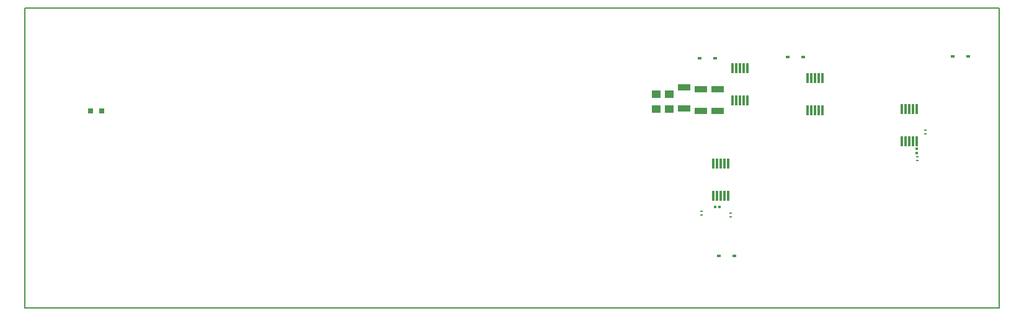
<source format=gbr>
G04 #@! TF.FileFunction,Paste,Bot*
%FSLAX46Y46*%
G04 Gerber Fmt 4.6, Leading zero omitted, Abs format (unit mm)*
G04 Created by KiCad (PCBNEW 4.0.7) date 06/14/18 16:50:20*
%MOMM*%
%LPD*%
G01*
G04 APERTURE LIST*
%ADD10C,0.100000*%
%ADD11C,0.150000*%
%ADD12R,0.800000X0.750000*%
%ADD13R,0.300000X0.350000*%
%ADD14R,1.250000X1.000000*%
%ADD15R,0.350000X0.300000*%
%ADD16R,0.300000X1.450000*%
%ADD17R,0.430000X0.280000*%
%ADD18R,1.700000X0.900000*%
%ADD19R,0.600000X0.450000*%
G04 APERTURE END LIST*
D10*
D11*
X25000000Y-164000000D02*
X25000000Y-123000000D01*
X158000000Y-164000000D02*
X25000000Y-164000000D01*
X158000000Y-123000000D02*
X158000000Y-164000000D01*
X25000000Y-123000000D02*
X158000000Y-123000000D01*
D12*
X35460000Y-137060000D03*
X33960000Y-137060000D03*
D13*
X119220000Y-150210000D03*
X119780000Y-150210000D03*
D14*
X111180000Y-134800000D03*
X111180000Y-136800000D03*
X112980000Y-134800000D03*
X112980000Y-136800000D03*
D15*
X146740000Y-142280000D03*
X146740000Y-142840000D03*
D16*
X118960000Y-144300000D03*
X119460000Y-144300000D03*
X119960000Y-144300000D03*
X120460000Y-144300000D03*
X120960000Y-144300000D03*
X120960000Y-148700000D03*
X120460000Y-148700000D03*
X119960000Y-148700000D03*
X119460000Y-148700000D03*
X118960000Y-148700000D03*
X121580000Y-131200000D03*
X122080000Y-131200000D03*
X122580000Y-131200000D03*
X123080000Y-131200000D03*
X123580000Y-131200000D03*
X123580000Y-135600000D03*
X123080000Y-135600000D03*
X122580000Y-135600000D03*
X122080000Y-135600000D03*
X121580000Y-135600000D03*
X131870000Y-132610000D03*
X132370000Y-132610000D03*
X132870000Y-132610000D03*
X133370000Y-132610000D03*
X133870000Y-132610000D03*
X133870000Y-137010000D03*
X133370000Y-137010000D03*
X132870000Y-137010000D03*
X132370000Y-137010000D03*
X131870000Y-137010000D03*
D17*
X117330000Y-150810000D03*
X117330000Y-151330000D03*
X121330000Y-151030000D03*
X121330000Y-151550000D03*
D18*
X119520000Y-137050000D03*
X119520000Y-134150000D03*
X117260000Y-137050000D03*
X117260000Y-134150000D03*
X115010000Y-133880000D03*
X115010000Y-136780000D03*
D17*
X146780000Y-143880000D03*
X146780000Y-143360000D03*
X147910000Y-139720000D03*
X147910000Y-140240000D03*
D16*
X146710000Y-141200000D03*
X146210000Y-141200000D03*
X145710000Y-141200000D03*
X145210000Y-141200000D03*
X144710000Y-141200000D03*
X144710000Y-136800000D03*
X145210000Y-136800000D03*
X145710000Y-136800000D03*
X146210000Y-136800000D03*
X146710000Y-136800000D03*
D19*
X119180000Y-129910000D03*
X117080000Y-129910000D03*
X151620000Y-129600000D03*
X153720000Y-129600000D03*
X129130000Y-129720000D03*
X131230000Y-129720000D03*
X121830000Y-156910000D03*
X119730000Y-156910000D03*
M02*

</source>
